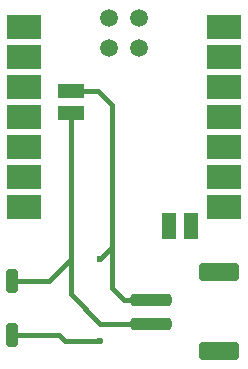
<source format=gbr>
%TF.GenerationSoftware,KiCad,Pcbnew,8.0.3*%
%TF.CreationDate,2024-07-16T20:28:35-05:00*%
%TF.ProjectId,XiaoSensePcb,5869616f-5365-46e7-9365-5063622e6b69,rev?*%
%TF.SameCoordinates,Original*%
%TF.FileFunction,Copper,L1,Top*%
%TF.FilePolarity,Positive*%
%FSLAX46Y46*%
G04 Gerber Fmt 4.6, Leading zero omitted, Abs format (unit mm)*
G04 Created by KiCad (PCBNEW 8.0.3) date 2024-07-16 20:28:35*
%MOMM*%
%LPD*%
G01*
G04 APERTURE LIST*
G04 Aperture macros list*
%AMRoundRect*
0 Rectangle with rounded corners*
0 $1 Rounding radius*
0 $2 $3 $4 $5 $6 $7 $8 $9 X,Y pos of 4 corners*
0 Add a 4 corners polygon primitive as box body*
4,1,4,$2,$3,$4,$5,$6,$7,$8,$9,$2,$3,0*
0 Add four circle primitives for the rounded corners*
1,1,$1+$1,$2,$3*
1,1,$1+$1,$4,$5*
1,1,$1+$1,$6,$7*
1,1,$1+$1,$8,$9*
0 Add four rect primitives between the rounded corners*
20,1,$1+$1,$2,$3,$4,$5,0*
20,1,$1+$1,$4,$5,$6,$7,0*
20,1,$1+$1,$6,$7,$8,$9,0*
20,1,$1+$1,$8,$9,$2,$3,0*%
G04 Aperture macros list end*
%TA.AperFunction,SMDPad,CuDef*%
%ADD10R,3.000000X2.000000*%
%TD*%
%TA.AperFunction,SMDPad,CuDef*%
%ADD11C,1.500000*%
%TD*%
%TA.AperFunction,SMDPad,CuDef*%
%ADD12R,1.300000X2.300000*%
%TD*%
%TA.AperFunction,SMDPad,CuDef*%
%ADD13R,2.300000X1.300000*%
%TD*%
%TA.AperFunction,SMDPad,CuDef*%
%ADD14RoundRect,0.250001X1.449999X-0.499999X1.449999X0.499999X-1.449999X0.499999X-1.449999X-0.499999X0*%
%TD*%
%TA.AperFunction,SMDPad,CuDef*%
%ADD15RoundRect,0.250000X1.500000X-0.250000X1.500000X0.250000X-1.500000X0.250000X-1.500000X-0.250000X0*%
%TD*%
%TA.AperFunction,SMDPad,CuDef*%
%ADD16RoundRect,0.250000X-0.250000X-0.750000X0.250000X-0.750000X0.250000X0.750000X-0.250000X0.750000X0*%
%TD*%
%TA.AperFunction,ViaPad*%
%ADD17C,0.600000*%
%TD*%
%TA.AperFunction,Conductor*%
%ADD18C,0.400000*%
%TD*%
G04 APERTURE END LIST*
D10*
%TO.P,U1,1,P0.02_A0_D0*%
%TO.N,unconnected-(U1-P0.02_A0_D0-Pad1)*%
X89500000Y-84380000D03*
%TO.P,U1,2,P0.03_A1_D1*%
%TO.N,unconnected-(U1-P0.03_A1_D1-Pad2)*%
X89500000Y-86920000D03*
%TO.P,U1,3,P0.28_A2_D2*%
%TO.N,unconnected-(U1-P0.28_A2_D2-Pad3)*%
X89500000Y-89460000D03*
%TO.P,U1,4,P0.29_A3_D3*%
%TO.N,unconnected-(U1-P0.29_A3_D3-Pad4)*%
X89500000Y-92000000D03*
%TO.P,U1,5,P0.04_A4_D4_SDA*%
%TO.N,unconnected-(U1-P0.04_A4_D4_SDA-Pad5)*%
X89500000Y-94540000D03*
%TO.P,U1,6,P0.05_A5_D5_SCL*%
%TO.N,unconnected-(U1-P0.05_A5_D5_SCL-Pad6)*%
X89500000Y-97080000D03*
%TO.P,U1,7,P1.11_D6_TX*%
%TO.N,unconnected-(U1-P1.11_D6_TX-Pad7)*%
X89500000Y-99620000D03*
%TO.P,U1,8,P1.12_D7_RX*%
%TO.N,unconnected-(U1-P1.12_D7_RX-Pad8)*%
X106500000Y-99620000D03*
%TO.P,U1,9,P1.13_D8_SCK*%
%TO.N,unconnected-(U1-P1.13_D8_SCK-Pad9)*%
X106500000Y-97080000D03*
%TO.P,U1,10,P1.14_D9_MISO*%
%TO.N,unconnected-(U1-P1.14_D9_MISO-Pad10)*%
X106500000Y-94540000D03*
%TO.P,U1,11,P1.15_D10_MOSI*%
%TO.N,unconnected-(U1-P1.15_D10_MOSI-Pad11)*%
X106500000Y-92000000D03*
%TO.P,U1,12,3V3*%
%TO.N,unconnected-(U1-3V3-Pad12)*%
X106500000Y-89460000D03*
%TO.P,U1,13,GND*%
%TO.N,unconnected-(U1-GND-Pad13)*%
X106500000Y-86920000D03*
%TO.P,U1,14,5V*%
%TO.N,unconnected-(U1-5V-Pad14)*%
X106500000Y-84380000D03*
D11*
%TO.P,U1,15,PA30_SWCLK*%
%TO.N,unconnected-(U1-PA30_SWCLK-Pad15)*%
X96730000Y-83610000D03*
%TO.P,U1,16,PA31_SWDIO*%
%TO.N,unconnected-(U1-PA31_SWDIO-Pad16)*%
X99270000Y-83610000D03*
%TO.P,U1,17,GND*%
%TO.N,unconnected-(U1-GND-Pad17)*%
X96730000Y-86150000D03*
%TO.P,U1,18,RESET*%
%TO.N,unconnected-(U1-RESET-Pad18)*%
X99270000Y-86150000D03*
D12*
%TO.P,U1,19,P0.09_NFC1*%
%TO.N,unconnected-(U1-P0.09_NFC1-Pad19)*%
X101800000Y-101250000D03*
%TO.P,U1,20,P0.10_NFC2*%
%TO.N,unconnected-(U1-P0.10_NFC2-Pad20)*%
X103700000Y-101250000D03*
D13*
%TO.P,U1,21,BAT-*%
%TO.N,Net-(B-1-Pin_1)*%
X93500000Y-89800000D03*
%TO.P,U1,22,BAT+*%
%TO.N,Net-(B+1-Pin_1)*%
X93500000Y-91700000D03*
%TD*%
D14*
%TO.P,J1,MP*%
%TO.N,N/C*%
X106000000Y-105150000D03*
X106000000Y-111850000D03*
D15*
%TO.P,J1,2,Pin_2*%
%TO.N,Net-(B-1-Pin_1)*%
X100250000Y-107500000D03*
%TO.P,J1,1,Pin_1*%
%TO.N,Net-(B+1-Pin_1)*%
X100250000Y-109500000D03*
%TD*%
D16*
%TO.P,Bat+,1,Pin_1*%
%TO.N,Net-(B+1-Pin_1)*%
X88500000Y-105890000D03*
%TD*%
%TO.P,Bat-,1,Pin_1*%
%TO.N,Net-(B-1-Pin_1)*%
X88500000Y-110500000D03*
%TD*%
D17*
%TO.N,Net-(B-1-Pin_1)*%
X96000000Y-111000000D03*
X96000000Y-104000000D03*
%TD*%
D18*
%TO.N,Net-(B-1-Pin_1)*%
X93000000Y-111000000D02*
X92500000Y-110500000D01*
X96000000Y-111000000D02*
X93000000Y-111000000D01*
X92500000Y-110500000D02*
X88500000Y-110500000D01*
%TO.N,Net-(B+1-Pin_1)*%
X93500000Y-104000000D02*
X91610000Y-105890000D01*
X91610000Y-105890000D02*
X88500000Y-105890000D01*
X93500000Y-104000000D02*
X93500000Y-107000000D01*
X93500000Y-91700000D02*
X93500000Y-104000000D01*
%TO.N,Net-(B-1-Pin_1)*%
X97000000Y-103000000D02*
X96000000Y-104000000D01*
X97000000Y-106500000D02*
X97000000Y-103000000D01*
X97000000Y-103000000D02*
X97000000Y-91000000D01*
X95800000Y-89800000D02*
X93500000Y-89800000D01*
X98000000Y-107500000D02*
X97000000Y-106500000D01*
X97000000Y-91000000D02*
X95800000Y-89800000D01*
X100250000Y-107500000D02*
X98000000Y-107500000D01*
%TO.N,Net-(B+1-Pin_1)*%
X96000000Y-109500000D02*
X100250000Y-109500000D01*
X93500000Y-107000000D02*
X96000000Y-109500000D01*
%TD*%
M02*

</source>
